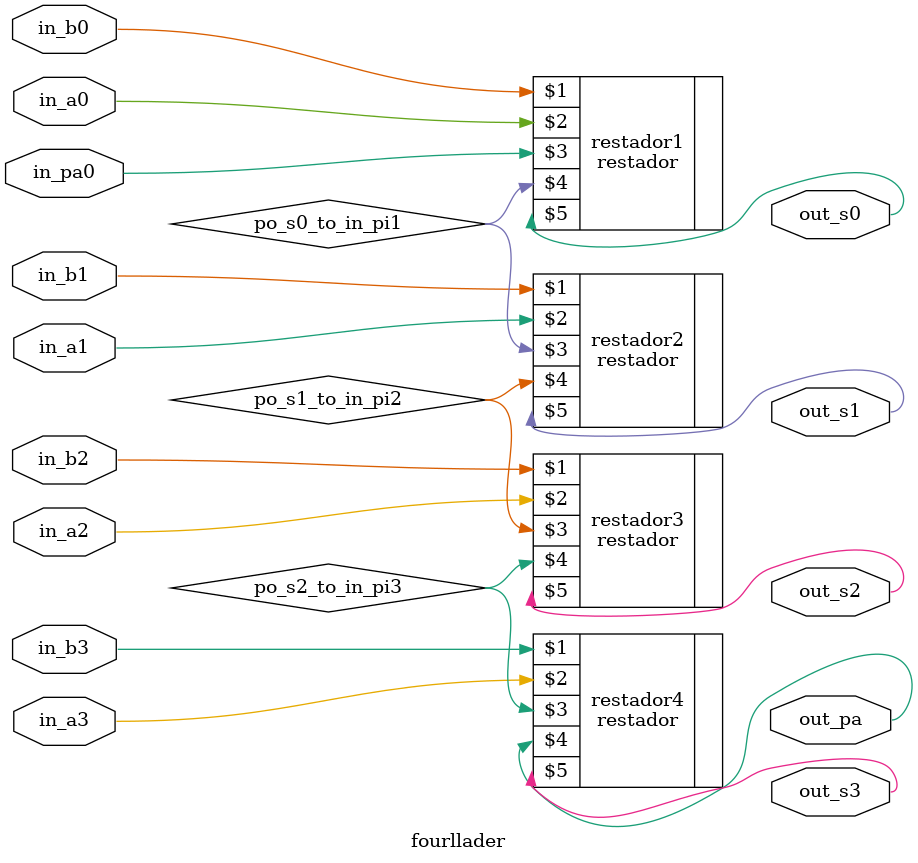
<source format=v>
module fourllader (
  // Inputs and output ports; 3 in, 2 out
  input in_b0, in_a0,in_b1, in_a1,in_b2, in_a2,in_b3, in_a3, in_pa0,
  output out_pa, out_s0,  out_s1, out_s2, out_s3
);


// Declaración de señales
 // Un cable del s del sumador 1 al a del sumador2
wire po_s0_to_in_pi1; // Un cable desde co del sumador 1 a la compuerta or
wire po_s1_to_in_pi2;
wire po_s2_to_in_pi3;
 // Un cable desde co del sumador 2 a la compuerta or

// Declaración de submodules
// halfadder(b,a,co,s)
restador restador1(in_b0, in_a0, in_pa0, po_s0_to_in_pi1, out_s0);
restador restador2(in_b1, in_a1, po_s0_to_in_pi1, po_s1_to_in_pi2, out_s1);
restador restador3(in_b2, in_a2, po_s1_to_in_pi2, po_s2_to_in_pi3, out_s2);
restador restador4(in_b3, in_a3, po_s2_to_in_pi3, out_pa, out_s3);
// Descripción del comportamiento
//assign out_co = co_s1_to_or | co_s2_to_or; // co_s1 or co_s2

endmodule

</source>
